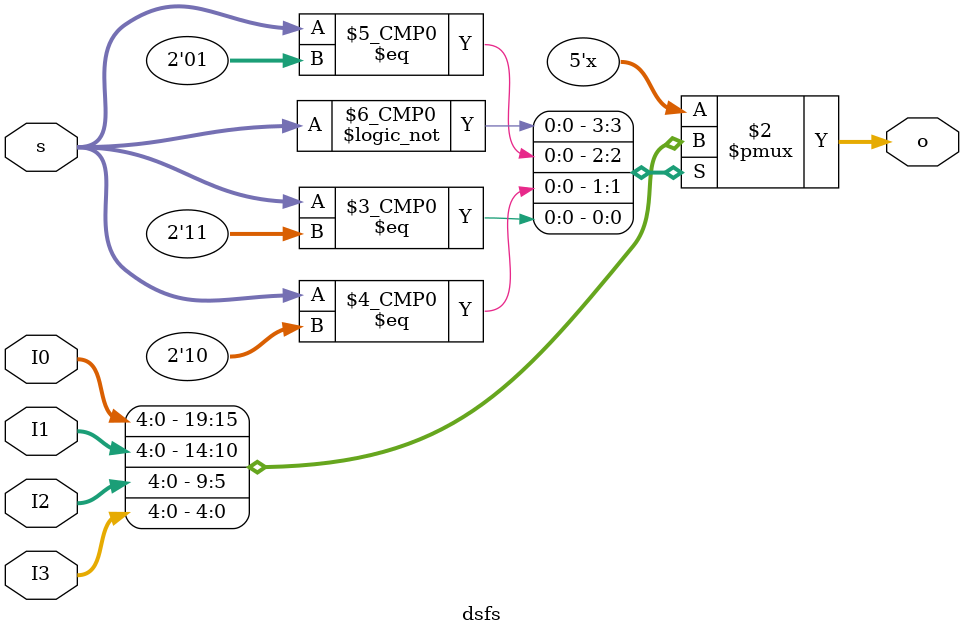
<source format=v>
`timescale 1ns / 1ps
module dsfs(input [1:0]s,
						input [4:0]I0,
						input [4:0]I1,
						input [4:0]I2,
						input [4:0]I3,						
						output reg[4:0]o
						 );

	always@*				//5Î»4Ñ¡Ò»,I0¡¢I1¡¢I2¡¢I3¶ÔÓ¦Ñ¡ÔñÍ¨µÀ0¡¢1¡¢2¡¢3
			case(s)
				2'b00: o=I0;
				2'b01: o=I1;
				2'b10: o=I2;
				2'b11: o=I3;
			endcase
endmodule

</source>
